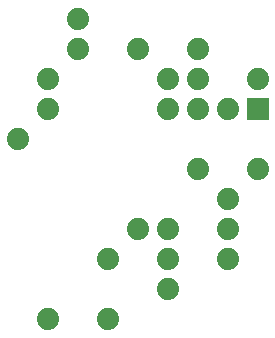
<source format=gbs>
G75*
%MOIN*%
%OFA0B0*%
%FSLAX25Y25*%
%IPPOS*%
%LPD*%
%AMOC8*
5,1,8,0,0,1.08239X$1,22.5*
%
%ADD10C,0.07400*%
%ADD11R,0.07400X0.07400*%
D10*
X0021236Y0011236D03*
X0041236Y0011236D03*
X0041236Y0031236D03*
X0051236Y0041236D03*
X0061236Y0041236D03*
X0061236Y0031236D03*
X0061236Y0021236D03*
X0081236Y0031236D03*
X0081236Y0041236D03*
X0081236Y0051236D03*
X0071236Y0061236D03*
X0071236Y0081236D03*
X0071236Y0091236D03*
X0071236Y0101236D03*
X0061236Y0091236D03*
X0061236Y0081236D03*
X0051236Y0101236D03*
X0031236Y0101236D03*
X0031236Y0111236D03*
X0021236Y0091236D03*
X0021236Y0081236D03*
X0011236Y0071236D03*
X0081236Y0081236D03*
X0091236Y0091236D03*
X0091236Y0061236D03*
D11*
X0091236Y0081236D03*
M02*

</source>
